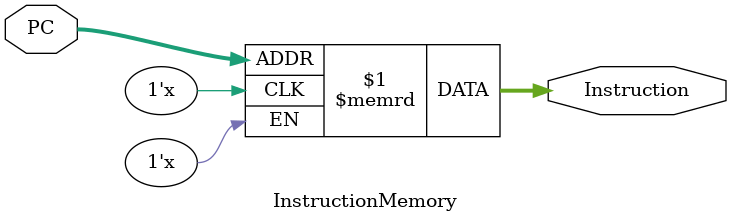
<source format=sv>
module InstructionMemory(
	input logic[17:0] PC,
	output logic[31:0] Instruction
);

	logic[31:0] InstrMem[0:2**18 - 1];

	assign Instruction = InstrMem[PC];

endmodule


</source>
